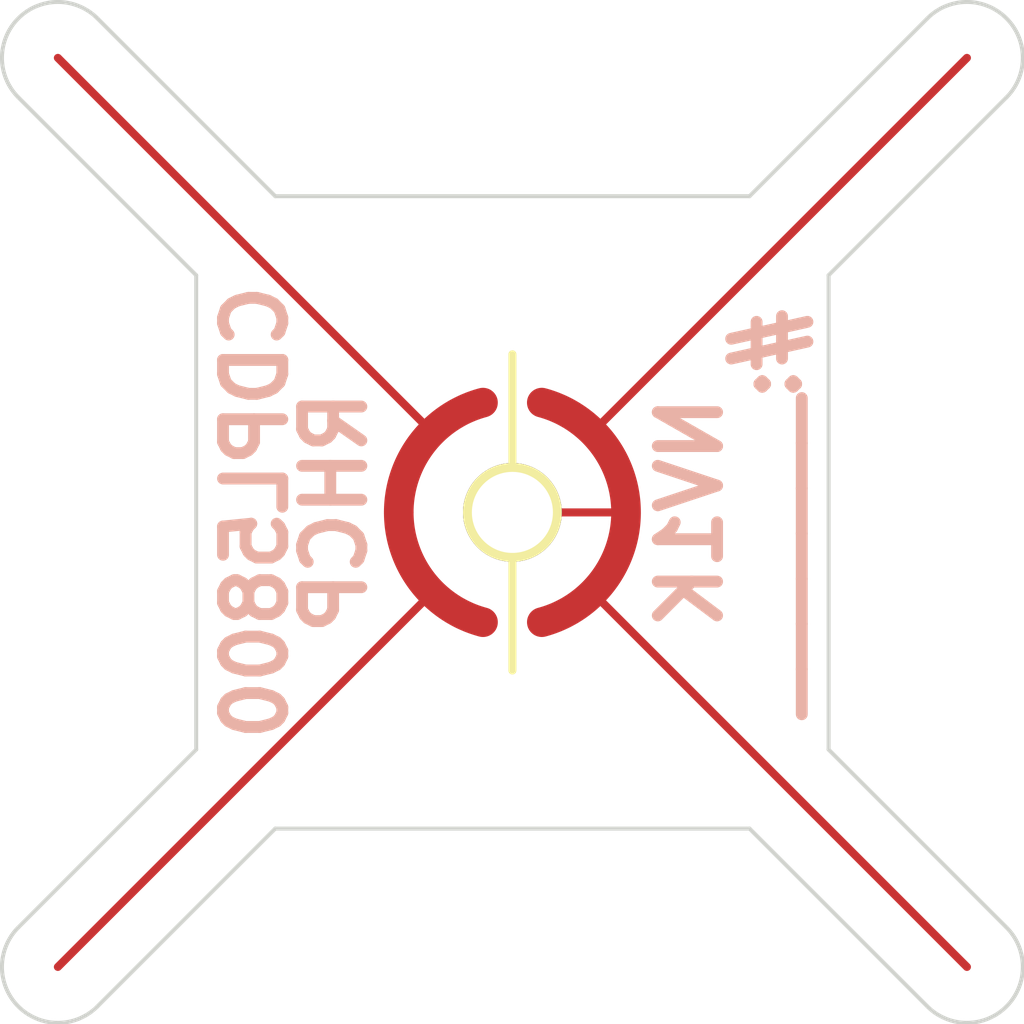
<source format=kicad_pcb>
(kicad_pcb (version 3) (host pcbnew "(2013-07-07 BZR 4022)-stable")

  (general
    (links 3)
    (no_connects 2)
    (area 137.449999 87.449999 162.550001 112.550001)
    (thickness 1.6)
    (drawings 21)
    (tracks 5)
    (zones 0)
    (modules 1)
    (nets 4)
  )

  (page A4)
  (layers
    (15 F.Cu signal)
    (0 B.Cu signal)
    (16 B.Adhes user)
    (17 F.Adhes user)
    (18 B.Paste user)
    (19 F.Paste user)
    (20 B.SilkS user)
    (21 F.SilkS user)
    (22 B.Mask user)
    (23 F.Mask user)
    (24 Dwgs.User user)
    (25 Cmts.User user)
    (26 Eco1.User user)
    (27 Eco2.User user)
    (28 Edge.Cuts user)
  )

  (setup
    (last_trace_width 0.2032)
    (trace_clearance 0.2032)
    (zone_clearance 0.508)
    (zone_45_only no)
    (trace_min 0.2032)
    (segment_width 0.2032)
    (edge_width 0.1)
    (via_size 0.889)
    (via_drill 0.635)
    (via_min_size 0.889)
    (via_min_drill 0.508)
    (uvia_size 0.508)
    (uvia_drill 0.127)
    (uvias_allowed no)
    (uvia_min_size 0.508)
    (uvia_min_drill 0.127)
    (pcb_text_width 0.3)
    (pcb_text_size 1.5 1.5)
    (mod_edge_width 0.15)
    (mod_text_size 1 1)
    (mod_text_width 0.15)
    (pad_size 0.75 0.75)
    (pad_drill 0)
    (pad_to_mask_clearance 0)
    (aux_axis_origin 0 0)
    (visible_elements 7FFFFFFF)
    (pcbplotparams
      (layerselection 3178497)
      (usegerberextensions true)
      (excludeedgelayer true)
      (linewidth 0.150000)
      (plotframeref false)
      (viasonmask false)
      (mode 1)
      (useauxorigin false)
      (hpglpennumber 1)
      (hpglpenspeed 20)
      (hpglpendiameter 15)
      (hpglpenoverlay 2)
      (psnegative false)
      (psa4output false)
      (plotreference true)
      (plotvalue true)
      (plotothertext true)
      (plotinvisibletext false)
      (padsonsilk false)
      (subtractmaskfromsilk false)
      (outputformat 1)
      (mirror false)
      (drillshape 1)
      (scaleselection 1)
      (outputdirectory ""))
  )

  (net 0 "")
  (net 1 /Long)
  (net 2 /Short)
  (net 3 N-000001)

  (net_class Default "This is the default net class."
    (clearance 0.2032)
    (trace_width 0.2032)
    (via_dia 0.889)
    (via_drill 0.635)
    (uvia_dia 0.508)
    (uvia_drill 0.127)
    (add_net "")
    (add_net /Long)
    (add_net /Short)
    (add_net N-000001)
  )

  (module WAVE-COAX-600x500x200-SPLIT (layer F.Cu) (tedit 54655CEB) (tstamp 546552BE)
    (at 150 100 315)
    (path /546553C0)
    (clearance 0.2032)
    (fp_text reference AE1 (at 0 -4 315) (layer F.SilkS) hide
      (effects (font (size 1 1) (thickness 0.15)))
    )
    (fp_text value WAVEGUIDE (at 0 4 315) (layer F.SilkS) hide
      (effects (font (size 1 1) (thickness 0.15)))
    )
    (fp_arc (start 0 0) (end 1.438 2.49) (angle 150) (layer F.Cu) (width 0.75))
    (fp_arc (start 0 0) (end -1.438 -2.49) (angle 150) (layer F.Cu) (width 0.75))
    (fp_circle (center 0 0) (end 0.75 0) (layer Dwgs.User) (width 0.5))
    (fp_circle (center 0 0) (end 2.75 0) (layer Dwgs.User) (width 0.5))
    (pad C thru_hole circle (at 0 0 315) (size 2.5 2.5) (drill 2.05)
      (layers *.Mask F.Cu F.SilkS)
      (net 3 N-000001)
    )
    (pad 1 smd circle (at 0 -3 315) (size 0.5 0.5)
      (layers F.Cu F.Paste F.Mask)
      (net 1 /Long)
    )
    (pad 2 smd circle (at 3 0 315) (size 0.5 0.5)
      (layers F.Cu F.Paste F.Mask)
      (net 2 /Short)
    )
    (pad 3 smd circle (at 0 3 315) (size 0.5 0.5)
      (layers F.Cu F.Paste F.Mask)
      (net 1 /Long)
    )
    (pad 4 smd circle (at -3 0 315) (size 0.5 0.5)
      (layers F.Cu F.Paste F.Mask)
      (net 2 /Short)
    )
    (pad 5 smd circle (at 1.945 -1.945 315) (size 0.5 0.5)
      (layers F.Cu F.Paste F.Mask)
      (net 3 N-000001)
    )
    (pad 7 smd circle (at -1.945 1.945 315) (size 0.5 0.5)
      (layers F.Cu F.Paste F.Mask)
    )
  )

  (gr_line (start 144 108) (end 139.5 112.5) (angle 90) (layer Edge.Cuts) (width 0.1))
  (gr_line (start 156 108) (end 144 108) (angle 90) (layer Edge.Cuts) (width 0.1))
  (gr_line (start 160.5 112.5) (end 156 108) (angle 90) (layer Edge.Cuts) (width 0.1))
  (gr_line (start 158 106) (end 162.5 110.5) (angle 90) (layer Edge.Cuts) (width 0.1))
  (gr_line (start 158 94) (end 158 106) (angle 90) (layer Edge.Cuts) (width 0.1))
  (gr_line (start 162.5 89.5) (end 158 94) (angle 90) (layer Edge.Cuts) (width 0.1))
  (gr_line (start 156 92) (end 160.5 87.5) (angle 90) (layer Edge.Cuts) (width 0.1))
  (gr_line (start 144 92) (end 156 92) (angle 90) (layer Edge.Cuts) (width 0.1))
  (gr_line (start 139.5 87.5) (end 144 92) (angle 90) (layer Edge.Cuts) (width 0.1))
  (gr_line (start 142 106) (end 142 94) (angle 90) (layer Edge.Cuts) (width 0.1))
  (gr_line (start 137.5 110.5) (end 142 106) (angle 90) (layer Edge.Cuts) (width 0.1))
  (gr_line (start 137.5 89.5) (end 142 94) (angle 90) (layer Edge.Cuts) (width 0.1))
  (gr_arc (start 138.5 88.5) (end 137.5 89.5) (angle 180) (layer Edge.Cuts) (width 0.1))
  (gr_arc (start 138.5 111.5) (end 139.5 112.5) (angle 180) (layer Edge.Cuts) (width 0.1))
  (gr_arc (start 161.5 111.5) (end 162.5 110.5) (angle 180) (layer Edge.Cuts) (width 0.1))
  (gr_arc (start 161.5 88.5) (end 160.5 87.5) (angle 180) (layer Edge.Cuts) (width 0.1))
  (gr_text "#:_______" (at 156.5 100 90) (layer B.SilkS)
    (effects (font (size 1.5 1.5) (thickness 0.3)) (justify mirror))
  )
  (gr_text RHCP (at 145.5 100 90) (layer B.SilkS)
    (effects (font (size 1.5 1.5) (thickness 0.3)) (justify mirror))
  )
  (gr_line (start 150 96) (end 150 104) (angle 90) (layer F.SilkS) (width 0.2032))
  (gr_text NV1K (at 154.5 100 90) (layer B.SilkS)
    (effects (font (size 1.5 1.5) (thickness 0.3)) (justify mirror))
  )
  (gr_text CDPL5800 (at 143.5 100 90) (layer B.SilkS)
    (effects (font (size 1.5 1.5) (thickness 0.3)) (justify mirror))
  )

  (segment (start 147.87868 102.12132) (end 138.5 111.5) (width 0.2032) (layer F.Cu) (net 1))
  (segment (start 152.12132 97.87868) (end 161.5 88.5) (width 0.2032) (layer F.Cu) (net 1))
  (segment (start 147.87868 97.87868) (end 138.5 88.5) (width 0.2032) (layer F.Cu) (net 2))
  (segment (start 152.12132 102.12132) (end 161.5 111.5) (width 0.2032) (layer F.Cu) (net 2))
  (segment (start 150 100) (end 152.750645 100) (width 0.2032) (layer F.Cu) (net 3))

)

</source>
